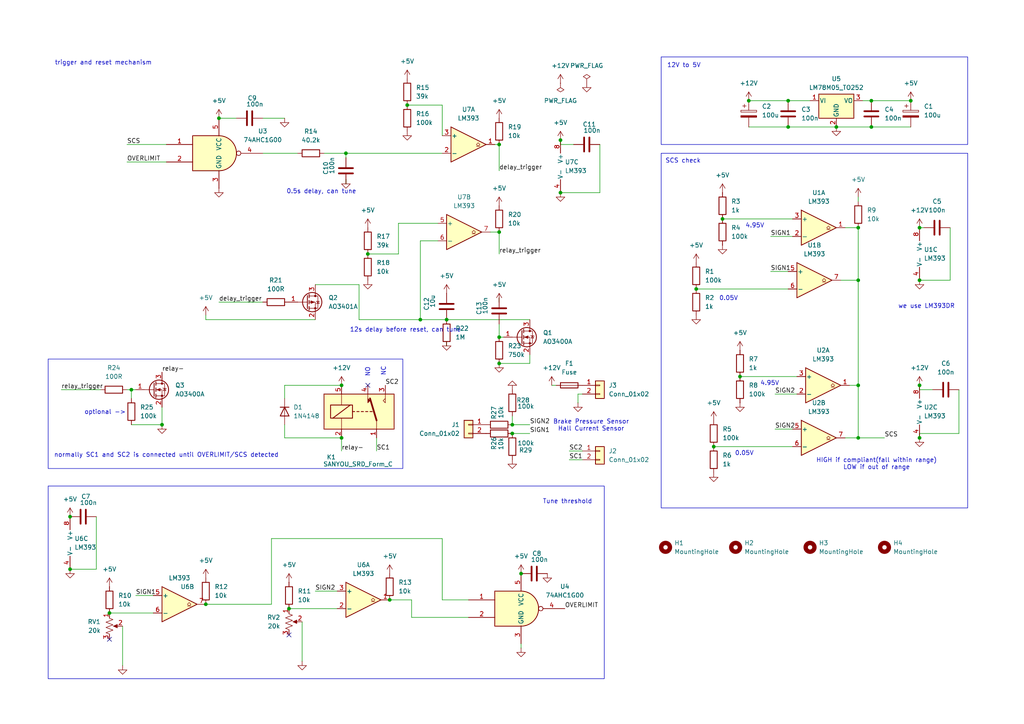
<source format=kicad_sch>
(kicad_sch (version 20250114) (generator "eeschema") (generator_version "9.0")
  (paper "A4")
  (rectangle (start 13.97 104.14) (end 116.84 135.89))
  (rectangle (start 191.77 44.45) (end 280.67 147.32))
  (rectangle (start 13.97 140.97) (end 175.26 196.85))
  (rectangle (start 191.77 16.51) (end 280.67 41.91))
  (text "NC" (at 111.252 107.696 90) (effects (font (size 1.27 1.27))))
  (text "4.95V" (at 223.266 111.252 0) (effects (font (size 1.27 1.27))))
  (text "0.05V" (at 211.328 86.614 0) (effects (font (size 1.27 1.27))))
  (text "Tune threshold" (at 164.592 145.542 0) (effects (font (size 1.27 1.27))))
  (text "12s delay before reset, can tune" (at 117.602 95.758 0) (effects (font (size 1.27 1.27))))
  (text "HIGH if compliant(fall within range)\nLOW if out of range\n" (at 254.254 134.62 0) (effects (font (size 1.27 1.27))))
  (text "optional ->" (at 30.48 119.634 0) (effects (font (size 1.27 1.27))))
  (text "0.5s delay, can tune" (at 93.218 55.626 0) (effects (font (size 1.27 1.27))))
  (text "we use LM393DR" (at 268.732 88.9 0) (effects (font (size 1.27 1.27))))
  (text "normally SC1 and SC2 is connected until OVERLIMIT/SCS detected" (at 48.26 132.08 0) (effects (font (size 1.27 1.27))))
  (text "NO" (at 106.68 107.95 90) (effects (font (size 1.27 1.27))))
  (text "4.95V" (at 218.948 65.532 0) (effects (font (size 1.27 1.27))))
  (text "12V to 5V" (at 198.374 19.05 0) (effects (font (size 1.27 1.27))))
  (text "0.05V" (at 215.9 131.572 0) (effects (font (size 1.27 1.27))))
  (text "SCS check" (at 198.12 46.736 0) (effects (font (size 1.27 1.27))))
  (text "Brake Pressure Sensor\nHall Current Sensor" (at 171.45 123.444 0) (effects (font (size 1.27 1.27))))
  (text "trigger and reset mechanism" (at 29.972 18.288 0) (effects (font (size 1.27 1.27))))
  (junction (at 113.03 173.99))
  (junction (at 228.6 29.21))
  (junction (at 266.7 127))
  (junction (at 209.55 63.5))
  (junction (at 144.78 97.79))
  (junction (at 264.16 29.21))
  (junction (at 100.33 44.45))
  (junction (at 38.1 113.03))
  (junction (at 162.56 40.64))
  (junction (at 248.92 66.04))
  (junction (at 266.7 81.28))
  (junction (at 214.63 109.22))
  (junction (at 63.5 34.29))
  (junction (at 162.56 55.88))
  (junction (at 99.06 111.76))
  (junction (at 148.59 123.19))
  (junction (at 144.78 41.91))
  (junction (at 217.17 29.21))
  (junction (at 118.11 30.48))
  (junction (at 46.99 123.19))
  (junction (at 151.13 166.37))
  (junction (at 266.7 111.76))
  (junction (at 20.32 149.86))
  (junction (at 242.57 36.83))
  (junction (at 99.06 127))
  (junction (at 20.32 165.1))
  (junction (at 121.92 92.71))
  (junction (at 106.68 73.66))
  (junction (at 228.6 36.83))
  (junction (at 248.92 111.76))
  (junction (at 207.01 129.54))
  (junction (at 148.59 125.73))
  (junction (at 144.78 67.31))
  (junction (at 248.92 127))
  (junction (at 59.69 175.26))
  (junction (at 266.7 66.04))
  (junction (at 252.73 36.83))
  (junction (at 144.78 105.41))
  (junction (at 248.92 81.28))
  (junction (at 31.75 177.8))
  (junction (at 252.73 29.21))
  (junction (at 83.82 176.53))
  (junction (at 201.93 83.82))
  (junction (at 129.54 92.71))
  (no_connect (at 83.82 184.15))
  (no_connect (at 106.68 111.76))
  (no_connect (at 31.75 185.42))
  (wire (pts (xy 91.44 82.55) (xy 104.14 82.55)))
  (wire (pts (xy 83.82 176.53) (xy 97.79 176.53)))
  (wire (pts (xy 59.69 91.44) (xy 59.69 92.71)))
  (wire (pts (xy 121.92 92.71) (xy 129.54 92.71)))
  (wire (pts (xy 118.11 30.48) (xy 128.27 30.48)))
  (wire (pts (xy 153.67 105.41) (xy 153.67 102.87)))
  (wire (pts (xy 39.37 172.72) (xy 44.45 172.72)))
  (wire (pts (xy 245.11 127) (xy 248.92 127)))
  (wire (pts (xy 224.79 114.3) (xy 231.14 114.3)))
  (wire (pts (xy 82.55 111.76) (xy 99.06 111.76)))
  (wire (pts (xy 142.24 67.31) (xy 144.78 67.31)))
  (wire (pts (xy 167.64 114.3) (xy 167.64 116.84)))
  (wire (pts (xy 223.52 78.74) (xy 228.6 78.74)))
  (wire (pts (xy 129.54 92.71) (xy 153.67 92.71)))
  (wire (pts (xy 144.78 67.31) (xy 144.78 73.66)))
  (wire (pts (xy 115.57 73.66) (xy 115.57 64.77)))
  (wire (pts (xy 168.91 114.3) (xy 167.64 114.3)))
  (wire (pts (xy 59.69 92.71) (xy 91.44 92.71)))
  (wire (pts (xy 82.55 123.19) (xy 82.55 127)))
  (wire (pts (xy 36.83 113.03) (xy 38.1 113.03)))
  (wire (pts (xy 248.92 127) (xy 256.54 127)))
  (wire (pts (xy 266.7 113.03) (xy 266.7 111.76)))
  (wire (pts (xy 82.55 127) (xy 99.06 127)))
  (wire (pts (xy 68.58 34.29) (xy 63.5 34.29)))
  (wire (pts (xy 115.57 64.77) (xy 127 64.77)))
  (wire (pts (xy 151.13 186.69) (xy 151.13 187.96)))
  (wire (pts (xy 252.73 29.21) (xy 264.16 29.21)))
  (wire (pts (xy 36.83 46.99) (xy 48.26 46.99)))
  (wire (pts (xy 113.03 173.99) (xy 119.38 173.99)))
  (wire (pts (xy 162.56 40.64) (xy 162.56 41.91)))
  (wire (pts (xy 104.14 92.71) (xy 121.92 92.71)))
  (wire (pts (xy 144.78 86.36) (xy 144.78 87.63)))
  (wire (pts (xy 63.5 87.63) (xy 76.2 87.63)))
  (wire (pts (xy 121.92 69.85) (xy 127 69.85)))
  (wire (pts (xy 27.94 165.1) (xy 27.94 149.86)))
  (wire (pts (xy 100.33 53.34) (xy 100.33 52.07)))
  (wire (pts (xy 214.63 109.22) (xy 231.14 109.22)))
  (wire (pts (xy 245.11 66.04) (xy 248.92 66.04)))
  (wire (pts (xy 148.59 123.19) (xy 153.67 123.19)))
  (wire (pts (xy 82.55 115.57) (xy 82.55 111.76)))
  (wire (pts (xy 243.84 81.28) (xy 248.92 81.28)))
  (wire (pts (xy 266.7 125.73) (xy 266.7 127)))
  (wire (pts (xy 59.69 175.26) (xy 78.74 175.26)))
  (wire (pts (xy 104.14 82.55) (xy 104.14 92.71)))
  (wire (pts (xy 144.78 41.91) (xy 144.78 49.53)))
  (wire (pts (xy 201.93 83.82) (xy 228.6 83.82)))
  (wire (pts (xy 166.37 41.91) (xy 162.56 41.91)))
  (wire (pts (xy 153.67 125.73) (xy 148.59 125.73)))
  (wire (pts (xy 148.59 120.65) (xy 148.59 123.19)))
  (wire (pts (xy 46.99 118.11) (xy 46.99 123.19)))
  (wire (pts (xy 78.74 175.26) (xy 78.74 156.21)))
  (wire (pts (xy 250.19 29.21) (xy 252.73 29.21)))
  (wire (pts (xy 38.1 113.03) (xy 39.37 113.03)))
  (wire (pts (xy 162.56 55.88) (xy 173.99 55.88)))
  (wire (pts (xy 128.27 156.21) (xy 128.27 173.99)))
  (wire (pts (xy 91.44 171.45) (xy 97.79 171.45)))
  (wire (pts (xy 144.78 41.91) (xy 143.51 41.91)))
  (wire (pts (xy 207.01 129.54) (xy 229.87 129.54)))
  (wire (pts (xy 278.13 125.73) (xy 266.7 125.73)))
  (wire (pts (xy 106.68 73.66) (xy 115.57 73.66)))
  (wire (pts (xy 242.57 36.83) (xy 252.73 36.83)))
  (wire (pts (xy 165.1 133.35) (xy 168.91 133.35)))
  (wire (pts (xy 20.32 165.1) (xy 27.94 165.1)))
  (wire (pts (xy 87.63 180.34) (xy 87.63 191.77)))
  (wire (pts (xy 38.1 113.03) (xy 38.1 115.57)))
  (wire (pts (xy 248.92 127) (xy 248.92 111.76)))
  (wire (pts (xy 119.38 179.07) (xy 135.89 179.07)))
  (wire (pts (xy 217.17 29.21) (xy 228.6 29.21)))
  (wire (pts (xy 144.78 97.79) (xy 146.05 97.79)))
  (wire (pts (xy 173.99 41.91) (xy 173.99 55.88)))
  (wire (pts (xy 100.33 45.72) (xy 100.33 44.45)))
  (wire (pts (xy 266.7 66.04) (xy 267.97 66.04)))
  (wire (pts (xy 119.38 173.99) (xy 119.38 179.07)))
  (wire (pts (xy 99.06 127) (xy 99.06 130.81)))
  (wire (pts (xy 38.1 123.19) (xy 46.99 123.19)))
  (wire (pts (xy 270.51 113.03) (xy 266.7 113.03)))
  (wire (pts (xy 248.92 111.76) (xy 248.92 81.28)))
  (wire (pts (xy 129.54 99.06) (xy 129.54 100.33)))
  (wire (pts (xy 248.92 81.28) (xy 248.92 66.04)))
  (wire (pts (xy 224.79 124.46) (xy 229.87 124.46)))
  (wire (pts (xy 100.33 44.45) (xy 128.27 44.45)))
  (wire (pts (xy 36.83 41.91) (xy 48.26 41.91)))
  (wire (pts (xy 128.27 173.99) (xy 135.89 173.99)))
  (wire (pts (xy 31.75 177.8) (xy 44.45 177.8)))
  (wire (pts (xy 109.22 130.81) (xy 109.22 127)))
  (wire (pts (xy 217.17 36.83) (xy 228.6 36.83)))
  (wire (pts (xy 248.92 57.15) (xy 248.92 58.42)))
  (wire (pts (xy 275.59 66.04) (xy 275.59 81.28)))
  (wire (pts (xy 252.73 36.83) (xy 264.16 36.83)))
  (wire (pts (xy 121.92 92.71) (xy 121.92 69.85)))
  (wire (pts (xy 228.6 29.21) (xy 234.95 29.21)))
  (wire (pts (xy 228.6 36.83) (xy 242.57 36.83)))
  (wire (pts (xy 144.78 93.98) (xy 144.78 97.79)))
  (wire (pts (xy 223.52 68.58) (xy 229.87 68.58)))
  (wire (pts (xy 209.55 63.5) (xy 229.87 63.5)))
  (wire (pts (xy 278.13 113.03) (xy 278.13 125.73)))
  (wire (pts (xy 76.2 44.45) (xy 86.36 44.45)))
  (wire (pts (xy 144.78 105.41) (xy 153.67 105.41)))
  (wire (pts (xy 160.02 111.76) (xy 161.29 111.76)))
  (wire (pts (xy 165.1 130.81) (xy 168.91 130.81)))
  (wire (pts (xy 128.27 30.48) (xy 128.27 39.37)))
  (wire (pts (xy 76.2 34.29) (xy 82.55 34.29)))
  (wire (pts (xy 93.98 44.45) (xy 100.33 44.45)))
  (wire (pts (xy 78.74 156.21) (xy 128.27 156.21)))
  (wire (pts (xy 266.7 81.28) (xy 275.59 81.28)))
  (wire (pts (xy 35.56 181.61) (xy 35.56 193.04)))
  (wire (pts (xy 246.38 111.76) (xy 248.92 111.76)))
  (wire (pts (xy 17.78 113.03) (xy 29.21 113.03)))
  (label "SIGN1" (at 223.52 68.58 0))
  (label "SIGN2" (at 224.79 124.46 0))
  (label "relay-" (at 99.06 130.81 0))
  (label "relay-" (at 46.99 107.95 0))
  (label "SC1" (at 165.1 133.35 0))
  (label "SIGN1" (at 153.67 125.73 0))
  (label "delay_trigger" (at 144.78 49.53 0))
  (label "relay_trigger" (at 144.78 73.66 0))
  (label "SIGN2" (at 224.79 114.3 0))
  (label "delay_trigger" (at 63.5 87.63 0))
  (label "SIGN2" (at 91.44 171.45 0))
  (label "OVERLIMIT" (at 163.83 176.53 0))
  (label "relay_trigger" (at 17.78 113.03 0))
  (label "SC2" (at 165.1 130.81 0))
  (label "OVERLIMIT" (at 36.83 46.99 0))
  (label "SCS" (at 256.54 127 0))
  (label "SC2" (at 111.76 111.76 0))
  (label "SIGN1" (at 39.37 172.72 0))
  (label "SIGN1" (at 223.52 78.74 0))
  (label "SCS" (at 36.83 41.91 0))
  (label "SIGN2" (at 153.67 123.19 0))
  (label "SC1" (at 109.22 130.81 0))
  (symbol (lib_id "Device:R") (at 144.78 123.19 90) (unit 1)
    (property "Reference" "R27" (at 143.256 121.666 0) (effects (justify left)))
    (property "Value" "10k" (at 145.288 121.412 0) (effects (justify left)))
    (property "Footprint" "Resistor_SMD:R_0805_2012Metric_Pad1.20x1.40mm_HandSolder" (effects (hide yes)))
    (property "Description" "Resistor" (effects (hide yes)))
  )
  (symbol (lib_id "Device:R") (at 113.03 170.18 0) (unit 1)
    (property "Reference" "R13" (at 115.57 168.9099 0) (effects (justify left)))
    (property "Value" "10k" (at 115.57 171.4499 0) (effects (justify left)))
    (property "Footprint" "Resistor_SMD:R_0805_2012Metric_Pad1.20x1.40mm_HandSolder" (effects (hide yes)))
    (property "Description" "Resistor" (effects (hide yes)))
  )
  (symbol (lib_id "power:+12V") (at 99.06 111.76 0) (unit 1)
    (property "Reference" "#PWR045" (effects (hide yes)))
    (property "Value" "+12V" (at 99.06 106.68 0))
    (property "Description" "Power symbol creates a global label with name \"+12V\"" (effects (hide yes)))
  )
  (symbol (lib_id "Device:R") (at 80.01 87.63 90) (unit 1)
    (property "Reference" "R21" (at 80.01 81.28 90))
    (property "Value" "100R" (at 80.01 83.82 90))
    (property "Footprint" "Resistor_SMD:R_0805_2012Metric_Pad1.20x1.40mm_HandSolder" (effects (hide yes)))
    (property "Description" "Resistor" (effects (hide yes)))
  )
  (symbol (lib_id "power:+12V") (at 266.7 66.04 0) (unit 1)
    (property "Reference" "#PWR04" (effects (hide yes)))
    (property "Value" "+12V" (at 266.7 60.96 0))
    (property "Description" "Power symbol creates a global label with name \"+12V\"" (effects (hide yes)))
  )
  (symbol (lib_id "Device:C") (at 271.78 66.04 90) (unit 1)
    (property "Reference" "C5" (at 271.78 58.42 90))
    (property "Value" "100n" (at 271.78 60.96 90))
    (property "Footprint" "Capacitor_SMD:C_0805_2012Metric_Pad1.18x1.45mm_HandSolder" (effects (hide yes)))
    (property "Description" "Unpolarized capacitor" (effects (hide yes)))
  )
  (symbol (lib_id "74xGxx:74AHC1G00") (at 151.13 176.53 0) (unit 1)
    (property "Reference" "U4" (at 163.83 170.1098 0))
    (property "Value" "74AHC1G00" (at 163.83 172.6498 0))
    (property "Footprint" "Package_TO_SOT_SMD:SOT-23-5_HandSoldering" (effects (hide yes)))
    (property "Datasheet" "http://www.ti.com/lit/sg/scyt129e/scyt129e.pdf" (effects (hide yes)))
    (property "Description" "Single NAND Gate, Low-Voltage CMOS" (effects (hide yes)))
  )
  (symbol (lib_id "Device:R") (at 144.78 101.6 0) (unit 1)
    (property "Reference" "R23" (at 147.32 100.3299 0) (effects (justify left)))
    (property "Value" "750k" (at 147.32 102.8699 0) (effects (justify left)))
    (property "Footprint" "Resistor_SMD:R_0805_2012Metric_Pad1.20x1.40mm_HandSolder" (effects (hide yes)))
    (property "Description" "Resistor" (effects (hide yes)))
  )
  (symbol (lib_id "Device:C") (at 72.39 34.29 90) (unit 1)
    (property "Reference" "C9" (at 73.152 28.448 90))
    (property "Value" "100n" (at 73.914 30.226 90))
    (property "Footprint" "Capacitor_SMD:C_0805_2012Metric_Pad1.18x1.45mm_HandSolder" (effects (hide yes)))
    (property "Description" "Unpolarized capacitor" (effects (hide yes)))
  )
  (symbol (lib_id "Transistor_FET:AO3400A") (at 151.13 97.79 0) (unit 1)
    (property "Reference" "Q1" (at 157.48 96.5199 0) (effects (justify left)))
    (property "Value" "AO3400A" (at 157.48 99.0599 0) (effects (justify left)))
    (property "Footprint" "Package_TO_SOT_SMD:SOT-23" (effects (hide yes)))
    (property "Datasheet" "http://www.aosmd.com/pdfs/datasheet/AO3400A.pdf" (effects (hide yes)))
    (property "Description" "30V Vds, 5.7A Id, N-Channel MOSFET, SOT-23" (effects (hide yes)))
  )
  (symbol (lib_id "Device:Fuse") (at 165.1 111.76 90) (unit 1)
    (property "Reference" "F1" (at 165.1 105.41 90))
    (property "Value" "Fuse" (at 165.1 107.95 90))
    (property "Footprint" "Fuse:Fuse_0805_2012Metric_Pad1.15x1.40mm_HandSolder" (effects (hide yes)))
    (property "Description" "Fuse" (effects (hide yes)))
  )
  (symbol (lib_id "power:+12V") (at 162.56 24.13 0) (unit 1)
    (property "Reference" "#PWR049" (effects (hide yes)))
    (property "Value" "+12V" (at 162.56 19.05 0))
    (property "Description" "Power symbol creates a global label with name \"+12V\"" (effects (hide yes)))
  )
  (symbol (lib_id "power:+12V") (at 266.7 111.76 0) (unit 1)
    (property "Reference" "#PWR06" (effects (hide yes)))
    (property "Value" "+12V" (at 266.7 106.68 0))
    (property "Description" "Power symbol creates a global label with name \"+12V\"" (effects (hide yes)))
  )
  (symbol (lib_id "Device:C_Polarized") (at 217.17 33.02 0) (unit 1)
    (property "Reference" "C2" (at 220.98 30.8609 0) (effects (justify left)))
    (property "Value" "100u" (at 220.98 33.4009 0) (effects (justify left)))
    (property "Footprint" "Capacitor_THT:CP_Radial_D5.0mm_P2.50mm" (effects (hide yes)))
    (property "Description" "Polarized capacitor" (effects (hide yes)))
  )
  (symbol (lib_id "Comparator:LM393") (at 52.07 175.26 0) (unit 2)
    (property "Reference" "U6" (at 54.356 170.18 0))
    (property "Value" "LM393" (at 52.07 167.64 0))
    (property "Footprint" "Package_SO:SOIC-8_3.9x4.9mm_P1.27mm" (effects (hide yes)))
    (property "Datasheet" "http://www.ti.com/lit/ds/symlink/lm393.pdf" (effects (hide yes)))
    (property "Description" "Low-Power, Low-Offset Voltage, Dual Comparators, DIP-8/SOIC-8/TO-99-8" (effects (hide yes)))
  )
  (symbol (lib_id "power:GND") (at 207.01 137.16 0) (unit 1)
    (property "Reference" "#PWR013" (effects (hide yes)))
    (property "Value" "GND" (effects (hide yes)))
    (property "Description" "Power symbol creates a global label with name \"GND\" , ground" (effects (hide yes)))
  )
  (symbol (lib_id "Device:R") (at 207.01 125.73 0) (unit 1)
    (property "Reference" "R5" (at 209.55 124.4599 0) (effects (justify left)))
    (property "Value" "100k" (at 209.55 126.9999 0) (effects (justify left)))
    (property "Footprint" "Resistor_SMD:R_0805_2012Metric_Pad1.20x1.40mm_HandSolder" (effects (hide yes)))
    (property "Description" "Resistor" (effects (hide yes)))
  )
  (symbol (lib_id "power:GND") (at 162.56 55.88 0) (unit 1)
    (property "Reference" "#PWR033" (effects (hide yes)))
    (property "Value" "GND" (effects (hide yes)))
    (property "Description" "Power symbol creates a global label with name \"GND\" , ground" (effects (hide yes)))
  )
  (symbol (lib_id "Device:R") (at 201.93 80.01 0) (unit 1)
    (property "Reference" "R1" (at 204.47 78.7399 0) (effects (justify left)))
    (property "Value" "100k" (at 204.47 81.2799 0) (effects (justify left)))
    (property "Footprint" "Resistor_SMD:R_0805_2012Metric_Pad1.20x1.40mm_HandSolder" (effects (hide yes)))
    (property "Description" "Resistor" (effects (hide yes)))
  )
  (symbol (lib_id "Connector_Generic:Conn_01x02") (at 173.99 111.76 0) (unit 1)
    (property "Reference" "J3" (at 176.53 111.7599 0) (effects (justify left)))
    (property "Value" "Conn_01x02" (at 176.53 114.2999 0) (effects (justify left)))
    (property "Footprint" "Connector_Molex:Molex_Micro-Fit_3.0_43650-0215_1x02_P3.00mm_Vertical" (effects (hide yes)))
    (property "Description" "Generic connector, single row, 01x02, script generated (kicad-library-utils/schlib/autogen/connector/)" (effects (hide yes)))
  )
  (symbol (lib_id "Comparator:LM393") (at 134.62 67.31 0) (unit 2)
    (property "Reference" "U7" (at 134.62 57.15 0))
    (property "Value" "LM393" (at 134.62 59.69 0))
    (property "Footprint" "Package_SO:SOIC-8_3.9x4.9mm_P1.27mm" (effects (hide yes)))
    (property "Datasheet" "http://www.ti.com/lit/ds/symlink/lm393.pdf" (effects (hide yes)))
    (property "Description" "Low-Power, Low-Offset Voltage, Dual Comparators, DIP-8/SOIC-8/TO-99-8" (effects (hide yes)))
  )
  (symbol (lib_id "Device:C") (at 24.13 149.86 90) (unit 1)
    (property "Reference" "C7" (at 24.892 144.018 90))
    (property "Value" "100n" (at 25.654 145.796 90))
    (property "Footprint" "Capacitor_SMD:C_0805_2012Metric_Pad1.18x1.45mm_HandSolder" (effects (hide yes)))
    (property "Description" "Unpolarized capacitor" (effects (hide yes)))
  )
  (symbol (lib_id "power:GND") (at 170.18 24.13 0) (unit 1)
    (property "Reference" "#PWR050" (effects (hide yes)))
    (property "Value" "GND" (effects (hide yes)))
    (property "Description" "Power symbol creates a global label with name \"GND\" , ground" (effects (hide yes)))
  )
  (symbol (lib_id "Device:C") (at 100.33 49.53 180) (unit 1)
    (property "Reference" "C10" (at 94.488 48.768 90))
    (property "Value" "100n" (at 96.266 48.006 90))
    (property "Footprint" "Capacitor_SMD:C_0805_2012Metric_Pad1.18x1.45mm_HandSolder" (effects (hide yes)))
    (property "Description" "Unpolarized capacitor" (effects (hide yes)))
  )
  (symbol (lib_id "Device:R") (at 33.02 113.03 90) (unit 1)
    (property "Reference" "R24" (at 33.02 106.68 90))
    (property "Value" "100R" (at 33.02 109.22 90))
    (property "Footprint" "Resistor_SMD:R_0805_2012Metric_Pad1.20x1.40mm_HandSolder" (effects (hide yes)))
    (property "Description" "Resistor" (effects (hide yes)))
  )
  (symbol (lib_id "Comparator:LM393") (at 165.1 48.26 0) (unit 3)
    (property "Reference" "U7" (at 163.83 46.9899 0) (effects (justify left)))
    (property "Value" "LM393" (at 163.83 49.5299 0) (effects (justify left)))
    (property "Footprint" "Package_SO:SOIC-8_3.9x4.9mm_P1.27mm" (effects (hide yes)))
    (property "Datasheet" "http://www.ti.com/lit/ds/symlink/lm393.pdf" (effects (hide yes)))
    (property "Description" "Low-Power, Low-Offset Voltage, Dual Comparators, DIP-8/SOIC-8/TO-99-8" (effects (hide yes)))
  )
  (symbol (lib_id "74xGxx:74AHC1G00") (at 63.5 44.45 0) (unit 1)
    (property "Reference" "U3" (at 76.2 38.0298 0))
    (property "Value" "74AHC1G00" (at 76.2 40.5698 0))
    (property "Footprint" "Package_TO_SOT_SMD:SOT-23-5_HandSoldering" (effects (hide yes)))
    (property "Datasheet" "http://www.ti.com/lit/sg/scyt129e/scyt129e.pdf" (effects (hide yes)))
    (property "Description" "Single NAND Gate, Low-Voltage CMOS" (effects (hide yes)))
  )
  (symbol (lib_id "Mechanical:MountingHole") (at 213.36 158.75 0) (unit 1) (in_bom no)
    (property "Reference" "H2" (at 215.9 157.4799 0) (effects (justify left)))
    (property "Value" "MountingHole" (at 215.9 160.0199 0) (effects (justify left)))
    (property "Footprint" "MountingHole:MountingHole_3.2mm_M3" (effects (hide yes)))
    (property "Description" "Mounting Hole without connection" (effects (hide yes)))
  )
  (symbol (lib_id "power:GND") (at 266.7 81.28 0) (unit 1)
    (property "Reference" "#PWR05" (effects (hide yes)))
    (property "Value" "GND" (effects (hide yes)))
    (property "Description" "Power symbol creates a global label with name \"GND\" , ground" (effects (hide yes)))
  )
  (symbol (lib_id "Comparator:LM393") (at 237.49 66.04 0) (unit 1)
    (property "Reference" "U1" (at 237.49 55.88 0))
    (property "Value" "LM393" (at 237.49 58.42 0))
    (property "Footprint" "Package_SO:SOIC-8_3.9x4.9mm_P1.27mm" (effects (hide yes)))
    (property "Datasheet" "http://www.ti.com/lit/ds/symlink/lm393.pdf" (effects (hide yes)))
    (property "Description" "Low-Power, Low-Offset Voltage, Dual Comparators, DIP-8/SOIC-8/TO-99-8" (effects (hide yes)))
  )
  (symbol (lib_id "Comparator:LM393") (at 135.89 41.91 0) (unit 1)
    (property "Reference" "U7" (at 135.89 31.75 0))
    (property "Value" "LM393" (at 135.89 34.29 0))
    (property "Footprint" "Package_SO:SOIC-8_3.9x4.9mm_P1.27mm" (effects (hide yes)))
    (property "Datasheet" "http://www.ti.com/lit/ds/symlink/lm393.pdf" (effects (hide yes)))
    (property "Description" "Low-Power, Low-Offset Voltage, Dual Comparators, DIP-8/SOIC-8/TO-99-8" (effects (hide yes)))
  )
  (symbol (lib_id "Device:R") (at 31.75 173.99 0) (unit 1)
    (property "Reference" "R10" (at 34.29 172.7199 0) (effects (justify left)))
    (property "Value" "10k" (at 34.29 175.2599 0) (effects (justify left)))
    (property "Footprint" "Resistor_SMD:R_0805_2012Metric_Pad1.20x1.40mm_HandSolder" (effects (hide yes)))
    (property "Description" "Resistor" (effects (hide yes)))
  )
  (symbol (lib_id "Connector_Generic:Conn_01x02") (at 173.99 130.81 0) (unit 1)
    (property "Reference" "J2" (at 176.53 130.8099 0) (effects (justify left)))
    (property "Value" "Conn_01x02" (at 176.53 133.3499 0) (effects (justify left)))
    (property "Footprint" "Connector_Molex:Molex_Micro-Fit_3.0_43650-0215_1x02_P3.00mm_Vertical" (effects (hide yes)))
    (property "Description" "Generic connector, single row, 01x02, script generated (kicad-library-utils/schlib/autogen/connector/)" (effects (hide yes)))
  )
  (symbol (lib_id "power:GND") (at 35.56 193.04 0) (unit 1)
    (property "Reference" "#PWR017" (effects (hide yes)))
    (property "Value" "GND" (effects (hide yes)))
    (property "Description" "Power symbol creates a global label with name \"GND\" , ground" (effects (hide yes)))
  )
  (symbol (lib_id "power:GND") (at 87.63 191.77 0) (unit 1)
    (property "Reference" "#PWR018" (effects (hide yes)))
    (property "Value" "GND" (effects (hide yes)))
    (property "Description" "Power symbol creates a global label with name \"GND\" , ground" (effects (hide yes)))
  )
  (symbol (lib_id "power:+5V") (at 207.01 121.92 0) (unit 1)
    (property "Reference" "#PWR012" (effects (hide yes)))
    (property "Value" "+5V" (at 207.01 116.84 0))
    (property "Description" "Power symbol creates a global label with name \"+5V\"" (effects (hide yes)))
  )
  (symbol (lib_id "power:PWR_FLAG") (at 170.18 24.13 0) (unit 1)
    (property "Reference" "#FLG02" (effects (hide yes)))
    (property "Value" "PWR_FLAG" (at 170.18 19.05 0))
    (property "Description" "Special symbol for telling ERC where power comes from" (effects (hide yes)))
  )
  (symbol (lib_id "Device:C") (at 154.94 166.37 90) (unit 1)
    (property "Reference" "C8" (at 155.702 160.528 90))
    (property "Value" "100n" (at 156.464 162.306 90))
    (property "Footprint" "Capacitor_SMD:C_0805_2012Metric_Pad1.18x1.45mm_HandSolder" (effects (hide yes)))
    (property "Description" "Unpolarized capacitor" (effects (hide yes)))
  )
  (symbol (lib_id "Device:C") (at 252.73 33.02 0) (unit 1)
    (property "Reference" "C4" (at 256.54 31.7499 0) (effects (justify left)))
    (property "Value" "100n" (at 256.54 34.2899 0) (effects (justify left)))
    (property "Footprint" "Capacitor_SMD:C_0805_2012Metric_Pad1.18x1.45mm_HandSolder" (effects (hide yes)))
    (property "Description" "Unpolarized capacitor" (effects (hide yes)))
  )
  (symbol (lib_id "power:+5V") (at 144.78 34.29 0) (unit 1)
    (property "Reference" "#PWR038" (effects (hide yes)))
    (property "Value" "+5V" (at 144.78 29.21 0))
    (property "Description" "Power symbol creates a global label with name \"+5V\"" (effects (hide yes)))
  )
  (symbol (lib_id "Device:C_Polarized") (at 264.16 33.02 0) (unit 1)
    (property "Reference" "C1" (at 267.97 30.8609 0) (effects (justify left)))
    (property "Value" "100u" (at 267.97 33.4009 0) (effects (justify left)))
    (property "Footprint" "Capacitor_THT:CP_Radial_D5.0mm_P2.50mm" (effects (hide yes)))
    (property "Description" "Polarized capacitor" (effects (hide yes)))
  )
  (symbol (lib_id "power:+5V") (at 248.92 57.15 0) (unit 1)
    (property "Reference" "#PWR016" (effects (hide yes)))
    (property "Value" "+5V" (at 248.92 52.07 0))
    (property "Description" "Power symbol creates a global label with name \"+5V\"" (effects (hide yes)))
  )
  (symbol (lib_id "power:GND") (at 158.75 166.37 0) (unit 1)
    (property "Reference" "#PWR036" (effects (hide yes)))
    (property "Value" "GND" (effects (hide yes)))
    (property "Description" "Power symbol creates a global label with name \"GND\" , ground" (effects (hide yes)))
  )
  (symbol (lib_id "Comparator:LM393") (at 237.49 127 0) (unit 2)
    (property "Reference" "U2" (at 237.49 116.84 0))
    (property "Value" "LM393" (at 237.49 119.38 0))
    (property "Footprint" "Package_SO:SOIC-8_3.9x4.9mm_P1.27mm" (effects (hide yes)))
    (property "Datasheet" "http://www.ti.com/lit/ds/symlink/lm393.pdf" (effects (hide yes)))
    (property "Description" "Low-Power, Low-Offset Voltage, Dual Comparators, DIP-8/SOIC-8/TO-99-8" (effects (hide yes)))
  )
  (symbol (lib_id "Device:C") (at 129.54 88.9 180) (unit 1)
    (property "Reference" "C12" (at 123.698 88.138 90))
    (property "Value" "10u" (at 125.476 87.376 90))
    (property "Footprint" "Capacitor_SMD:C_0805_2012Metric_Pad1.18x1.45mm_HandSolder" (effects (hide yes)))
    (property "Description" "Unpolarized capacitor" (effects (hide yes)))
  )
  (symbol (lib_id "Comparator:LM393") (at 22.86 157.48 0) (unit 3)
    (property "Reference" "U6" (at 21.59 156.2099 0) (effects (justify left)))
    (property "Value" "LM393" (at 21.59 158.7499 0) (effects (justify left)))
    (property "Footprint" "Package_SO:SOIC-8_3.9x4.9mm_P1.27mm" (effects (hide yes)))
    (property "Datasheet" "http://www.ti.com/lit/ds/symlink/lm393.pdf" (effects (hide yes)))
    (property "Description" "Low-Power, Low-Offset Voltage, Dual Comparators, DIP-8/SOIC-8/TO-99-8" (effects (hide yes)))
  )
  (symbol (lib_id "power:GND") (at 148.59 133.35 0) (unit 1)
    (property "Reference" "#PWR052" (effects (hide yes)))
    (property "Value" "GND" (effects (hide yes)))
    (property "Description" "Power symbol creates a global label with name \"GND\" , ground" (effects (hide yes)))
  )
  (symbol (lib_id "Device:R") (at 106.68 69.85 0) (unit 1)
    (property "Reference" "R17" (at 109.22 68.5799 0) (effects (justify left)))
    (property "Value" "39k" (at 109.22 71.1199 0) (effects (justify left)))
    (property "Footprint" "Resistor_SMD:R_0805_2012Metric_Pad1.20x1.40mm_HandSolder" (effects (hide yes)))
    (property "Description" "Resistor" (effects (hide yes)))
  )
  (symbol (lib_id "Device:R") (at 144.78 38.1 0) (unit 1)
    (property "Reference" "R19" (at 147.32 36.8299 0) (effects (justify left)))
    (property "Value" "10k" (at 147.32 39.3699 0) (effects (justify left)))
    (property "Footprint" "Resistor_SMD:R_0805_2012Metric_Pad1.20x1.40mm_HandSolder" (effects (hide yes)))
    (property "Description" "Resistor" (effects (hide yes)))
  )
  (symbol (lib_id "Comparator:LM393") (at 269.24 119.38 0) (unit 3)
    (property "Reference" "U2" (at 267.97 118.1099 0) (effects (justify left)))
    (property "Value" "LM393" (at 267.97 120.6499 0) (effects (justify left)))
    (property "Footprint" "Package_SO:SOIC-8_3.9x4.9mm_P1.27mm" (effects (hide yes)))
    (property "Datasheet" "http://www.ti.com/lit/ds/symlink/lm393.pdf" (effects (hide yes)))
    (property "Description" "Low-Power, Low-Offset Voltage, Dual Comparators, DIP-8/SOIC-8/TO-99-8" (effects (hide yes)))
  )
  (symbol (lib_id "power:+5V") (at 201.93 76.2 0) (unit 1)
    (property "Reference" "#PWR08" (effects (hide yes)))
    (property "Value" "+5V" (at 201.93 71.12 0))
    (property "Description" "Power symbol creates a global label with name \"+5V\"" (effects (hide yes)))
  )
  (symbol (lib_id "power:GND") (at 46.99 123.19 0) (unit 1)
    (property "Reference" "#PWR046" (effects (hide yes)))
    (property "Value" "GND" (effects (hide yes)))
    (property "Description" "Power symbol creates a global label with name \"GND\" , ground" (effects (hide yes)))
  )
  (symbol (lib_id "power:GND") (at 167.64 116.84 0) (unit 1)
    (property "Reference" "#PWR048" (effects (hide yes)))
    (property "Value" "GND" (effects (hide yes)))
    (property "Description" "Power symbol creates a global label with name \"GND\" , ground" (effects (hide yes)))
  )
  (symbol (lib_id "Device:R") (at 209.55 67.31 0) (unit 1)
    (property "Reference" "R4" (at 212.09 66.0399 0) (effects (justify left)))
    (property "Value" "100k" (at 212.09 68.5799 0) (effects (justify left)))
    (property "Footprint" "Resistor_SMD:R_0805_2012Metric_Pad1.20x1.40mm_HandSolder" (effects (hide yes)))
    (property "Description" "Resistor" (effects (hide yes)))
  )
  (symbol (lib_id "power:+12V") (at 217.17 29.21 0) (unit 1)
    (property "Reference" "#PWR02" (effects (hide yes)))
    (property "Value" "+12V" (at 217.17 24.13 0))
    (property "Description" "Power symbol creates a global label with name \"+12V\"" (effects (hide yes)))
  )
  (symbol (lib_id "Mechanical:MountingHole") (at 256.54 158.75 0) (unit 1) (in_bom no)
    (property "Reference" "H4" (at 259.08 157.4799 0) (effects (justify left)))
    (property "Value" "MountingHole" (at 259.08 160.0199 0) (effects (justify left)))
    (property "Footprint" "MountingHole:MountingHole_3.2mm_M3" (effects (hide yes)))
    (property "Description" "Mounting Hole without connection" (effects (hide yes)))
  )
  (symbol (lib_id "power:PWR_FLAG") (at 162.56 24.13 180) (unit 1)
    (property "Reference" "#FLG01" (effects (hide yes)))
    (property "Value" "PWR_FLAG" (at 162.56 29.21 0))
    (property "Description" "Special symbol for telling ERC where power comes from" (effects (hide yes)))
  )
  (symbol (lib_id "power:+5V") (at 144.78 59.69 0) (unit 1)
    (property "Reference" "#PWR039" (effects (hide yes)))
    (property "Value" "+5V" (at 144.78 54.61 0))
    (property "Description" "Power symbol creates a global label with name \"+5V\"" (effects (hide yes)))
  )
  (symbol (lib_id "power:+5V") (at 83.82 168.91 0) (unit 1)
    (property "Reference" "#PWR022" (effects (hide yes)))
    (property "Value" "+5V" (at 83.82 163.83 0))
    (property "Description" "Power symbol creates a global label with name \"+5V\"" (effects (hide yes)))
  )
  (symbol (lib_id "Device:R") (at 83.82 172.72 0) (unit 1)
    (property "Reference" "R11" (at 86.36 171.4499 0) (effects (justify left)))
    (property "Value" "10k" (at 86.36 173.9899 0) (effects (justify left)))
    (property "Footprint" "Resistor_SMD:R_0805_2012Metric_Pad1.20x1.40mm_HandSolder" (effects (hide yes)))
    (property "Description" "Resistor" (effects (hide yes)))
  )
  (symbol (lib_id "Relay:SANYOU_SRD_Form_C") (at 104.14 119.38 0) (unit 1)
    (property "Reference" "K1" (at 94.742 132.588 0) (effects (justify left)))
    (property "Value" "SANYOU_SRD_Form_C" (at 93.726 134.62 0) (effects (justify left)))
    (property "Footprint" "Relay_THT:Relay_SPDT_SANYOU_SRD_Series_Form_C" (effects (hide yes)))
    (property "Datasheet" "http://www.sanyourelay.ca/public/products/pdf/SRD.pdf" (effects (hide yes)))
    (property "Description" "Sanyo SRD relay, Single Pole Miniature Power Relay," (effects (hide yes)))
  )
  (symbol (lib_id "Connector_Generic:Conn_01x02") (at 135.89 123.19 0) (mirror y) (unit 1)
    (property "Reference" "J1" (at 133.35 123.1899 0) (effects (justify left)))
    (property "Value" "Conn_01x02" (at 133.35 125.7299 0) (effects (justify left)))
    (property "Footprint" "Connector_Molex:Molex_Micro-Fit_3.0_43650-0215_1x02_P3.00mm_Vertical" (effects (hide yes)))
    (property "Description" "Generic connector, single row, 01x02, script generated (kicad-library-utils/schlib/autogen/connector/)" (effects (hide yes)))
  )
  (symbol (lib_id "Mechanical:MountingHole") (at 193.04 158.75 0) (unit 1) (in_bom no)
    (property "Reference" "H1" (at 195.58 157.4799 0) (effects (justify left)))
    (property "Value" "MountingHole" (at 195.58 160.0199 0) (effects (justify left)))
    (property "Footprint" "MountingHole:MountingHole_3.2mm_M3" (effects (hide yes)))
    (property "Description" "Mounting Hole without connection" (effects (hide yes)))
  )
  (symbol (lib_id "Comparator:LM393") (at 238.76 111.76 0) (unit 1)
    (property "Reference" "U2" (at 238.76 101.6 0))
    (property "Value" "LM393" (at 238.76 104.14 0))
    (property "Footprint" "Package_SO:SOIC-8_3.9x4.9mm_P1.27mm" (effects (hide yes)))
    (property "Datasheet" "http://www.ti.com/lit/ds/symlink/lm393.pdf" (effects (hide yes)))
    (property "Description" "Low-Power, Low-Offset Voltage, Dual Comparators, DIP-8/SOIC-8/TO-99-8" (effects (hide yes)))
  )
  (symbol (lib_id "power:GND") (at 209.55 71.12 0) (unit 1)
    (property "Reference" "#PWR011" (effects (hide yes)))
    (property "Value" "GND" (effects (hide yes)))
    (property "Description" "Power symbol creates a global label with name \"GND\" , ground" (effects (hide yes)))
  )
  (symbol (lib_id "power:GND") (at 20.32 165.1 0) (unit 1)
    (property "Reference" "#PWR019" (effects (hide yes)))
    (property "Value" "GND" (effects (hide yes)))
    (property "Description" "Power symbol creates a global label with name \"GND\" , ground" (effects (hide yes)))
  )
  (symbol (lib_id "Device:R") (at 90.17 44.45 90) (unit 1)
    (property "Reference" "R14" (at 90.17 38.1 90))
    (property "Value" "40.2k" (at 90.17 40.64 90))
    (property "Footprint" "Resistor_SMD:R_0805_2012Metric_Pad1.20x1.40mm_HandSolder" (effects (hide yes)))
    (property "Description" "Resistor" (effects (hide yes)))
  )
  (symbol (lib_id "power:+5V") (at 129.54 85.09 0) (unit 1)
    (property "Reference" "#PWR041" (effects (hide yes)))
    (property "Value" "+5V" (at 129.54 80.01 0))
    (property "Description" "Power symbol creates a global label with name \"+5V\"" (effects (hide yes)))
  )
  (symbol (lib_id "power:GND") (at 201.93 91.44 0) (unit 1)
    (property "Reference" "#PWR09" (effects (hide yes)))
    (property "Value" "GND" (effects (hide yes)))
    (property "Description" "Power symbol creates a global label with name \"GND\" , ground" (effects (hide yes)))
  )
  (symbol (lib_id "power:+5V") (at 20.32 149.86 0) (unit 1)
    (property "Reference" "#PWR020" (effects (hide yes)))
    (property "Value" "+5V" (at 20.32 144.78 0))
    (property "Description" "Power symbol creates a global label with name \"+5V\"" (effects (hide yes)))
  )
  (symbol (lib_id "power:GND") (at 144.78 105.41 0) (unit 1)
    (property "Reference" "#PWR044" (effects (hide yes)))
    (property "Value" "GND" (effects (hide yes)))
    (property "Description" "Power symbol creates a global label with name \"GND\" , ground" (effects (hide yes)))
  )
  (symbol (lib_id "Regulator_Linear:LM78M05_TO252") (at 242.57 29.21 0) (unit 1)
    (property "Reference" "U5" (at 242.57 22.86 0))
    (property "Value" "LM78M05_TO252" (at 242.57 25.4 0))
    (property "Footprint" "Package_TO_SOT_SMD:TO-252-2" (effects (hide yes)))
    (property "Datasheet" "https://www.onsemi.com/pub/Collateral/MC78M00-D.PDF" (effects (hide yes)))
    (property "Description" "Positive 500mA 35V Linear Regulator, Fixed Output 5V, TO-252 (D-PAK)" (effects (hide yes)))
  )
  (symbol (lib_id "power:+5V") (at 59.69 91.44 0) (unit 1)
    (property "Reference" "#PWR040" (effects (hide yes)))
    (property "Value" "+5V" (at 59.69 86.36 0))
    (property "Description" "Power symbol creates a global label with name \"+5V\"" (effects (hide yes)))
  )
  (symbol (lib_id "Device:C") (at 228.6 33.02 0) (unit 1)
    (property "Reference" "C3" (at 232.41 31.7499 0) (effects (justify left)))
    (property "Value" "100n" (at 232.41 34.2899 0) (effects (justify left)))
    (property "Footprint" "Capacitor_SMD:C_0805_2012Metric_Pad1.18x1.45mm_HandSolder" (effects (hide yes)))
    (property "Description" "Unpolarized capacitor" (effects (hide yes)))
  )
  (symbol (lib_id "power:+5V") (at 151.13 166.37 0) (unit 1)
    (property "Reference" "#PWR026" (effects (hide yes)))
    (property "Value" "+5V" (at 151.13 161.29 0))
    (property "Description" "Power symbol creates a global label with name \"+5V\"" (effects (hide yes)))
  )
  (symbol (lib_id "Device:R") (at 201.93 87.63 0) (unit 1)
    (property "Reference" "R2" (at 204.47 86.3599 0) (effects (justify left)))
    (property "Value" "1k" (at 204.47 88.8999 0) (effects (justify left)))
    (property "Footprint" "Resistor_SMD:R_0805_2012Metric_Pad1.20x1.40mm_HandSolder" (effects (hide yes)))
    (property "Description" "Resistor" (effects (hide yes)))
  )
  (symbol (lib_id "Device:R") (at 209.55 59.69 0) (unit 1)
    (property "Reference" "R3" (at 212.09 58.4199 0) (effects (justify left)))
    (property "Value" "1k" (at 212.09 60.9599 0) (effects (justify left)))
    (property "Footprint" "Resistor_SMD:R_0805_2012Metric_Pad1.20x1.40mm_HandSolder" (effects (hide yes)))
    (property "Description" "Resistor" (effects (hide yes)))
  )
  (symbol (lib_id "Comparator:LM393") (at 269.24 73.66 0) (unit 3)
    (property "Reference" "U1" (at 267.97 72.3899 0) (effects (justify left)))
    (property "Value" "LM393" (at 267.97 74.9299 0) (effects (justify left)))
    (property "Footprint" "Package_SO:SOIC-8_3.9x4.9mm_P1.27mm" (effects (hide yes)))
    (property "Datasheet" "http://www.ti.com/lit/ds/symlink/lm393.pdf" (effects (hide yes)))
    (property "Description" "Low-Power, Low-Offset Voltage, Dual Comparators, DIP-8/SOIC-8/TO-99-8" (effects (hide yes)))
  )
  (symbol (lib_id "Comparator:LM393") (at 105.41 173.99 0) (unit 1)
    (property "Reference" "U6" (at 105.41 163.83 0))
    (property "Value" "LM393" (at 105.41 166.37 0))
    (property "Footprint" "Package_SO:SOIC-8_3.9x4.9mm_P1.27mm" (effects (hide yes)))
    (property "Datasheet" "http://www.ti.com/lit/ds/symlink/lm393.pdf" (effects (hide yes)))
    (property "Description" "Low-Power, Low-Offset Voltage, Dual Comparators, DIP-8/SOIC-8/TO-99-8" (effects (hide yes)))
  )
  (symbol (lib_id "Diode:1N4148") (at 82.55 119.38 270) (unit 1)
    (property "Reference" "D1" (at 85.09 118.1099 90) (effects (justify left)))
    (property "Value" "1N4148" (at 85.09 120.6499 90) (effects (justify left)))
    (property "Footprint" "Diode_THT:D_DO-35_SOD27_P7.62mm_Horizontal" (effects (hide yes)))
    (property "Datasheet" "https://assets.nexperia.com/documents/data-sheet/1N4148_1N4448.pdf" (effects (hide yes)))
    (property "Description" "100V 0.15A standard switching diode, DO-35" (effects (hide yes)))
    (property "Sim.Device" "D" (effects (hide yes)))
    (property "Sim.Pins" "1=K 2=A" (effects (hide yes)))
  )
  (symbol (lib_id "Device:R") (at 59.69 171.45 0) (unit 1)
    (property "Reference" "R12" (at 62.23 170.1799 0) (effects (justify left)))
    (property "Value" "10k" (at 62.23 172.7199 0) (effects (justify left)))
    (property "Footprint" "Resistor_SMD:R_0805_2012Metric_Pad1.20x1.40mm_HandSolder" (effects (hide yes)))
    (property "Description" "Resistor" (effects (hide yes)))
  )
  (symbol (lib_id "Device:R") (at 214.63 113.03 0) (unit 1)
    (property "Reference" "R8" (at 217.17 111.7599 0) (effects (justify left)))
    (property "Value" "100k" (at 217.17 114.2999 0) (effects (justify left)))
    (property "Footprint" "Resistor_SMD:R_0805_2012Metric_Pad1.20x1.40mm_HandSolder" (effects (hide yes)))
    (property "Description" "Resistor" (effects (hide yes)))
  )
  (symbol (lib_id "Transistor_FET:AO3400A") (at 44.45 113.03 0) (unit 1)
    (property "Reference" "Q3" (at 50.8 111.7599 0) (effects (justify left)))
    (property "Value" "AO3400A" (at 50.8 114.2999 0) (effects (justify left)))
    (property "Footprint" "Package_TO_SOT_SMD:SOT-23" (effects (hide yes)))
    (property "Datasheet" "http://www.aosmd.com/pdfs/datasheet/AO3400A.pdf" (effects (hide yes)))
    (property "Description" "30V Vds, 5.7A Id, N-Channel MOSFET, SOT-23" (effects (hide yes)))
  )
  (symbol (lib_id "power:+5V") (at 264.16 29.21 0) (unit 1)
    (property "Reference" "#PWR03" (effects (hide yes)))
    (property "Value" "+5V" (at 264.16 24.13 0))
    (property "Description" "Power symbol creates a global label with name \"+5V\"" (effects (hide yes)))
  )
  (symbol (lib_id "power:GND") (at 100.33 52.07 0) (unit 1)
    (property "Reference" "#PWR029" (effects (hide yes)))
    (property "Value" "GND" (effects (hide yes)))
    (property "Description" "Power symbol creates a global label with name \"GND\" , ground" (effects (hide yes)))
  )
  (symbol (lib_id "Device:R") (at 148.59 116.84 180) (unit 1)
    (property "Reference" "R28" (at 153.67 116.078 0) (effects (justify left)))
    (property "Value" "100k" (at 154.94 117.856 0) (effects (justify left)))
    (property "Footprint" "Resistor_SMD:R_0805_2012Metric_Pad1.20x1.40mm_HandSolder" (effects (hide yes)))
    (property "Description" "Resistor" (effects (hide yes)))
  )
  (symbol (lib_id "Transistor_FET:AO3401A") (at 88.9 87.63 0) (unit 1)
    (property "Reference" "Q2" (at 95.25 86.3599 0) (effects (justify left)))
    (property "Value" "AO3401A" (at 95.25 88.8999 0) (effects (justify left)))
    (property "Footprint" "Package_TO_SOT_SMD:SOT-23" (effects (hide yes)))
    (property "Datasheet" "http://www.aosmd.com/pdfs/datasheet/AO3401A.pdf" (effects (hide yes)))
    (property "Description" "-4.0A Id, -30V Vds, P-Channel MOSFET, SOT-23" (effects (hide yes)))
  )
  (symbol (lib_id "power:GND") (at 118.11 38.1 0) (unit 1)
    (property "Reference" "#PWR031" (effects (hide yes)))
    (property "Value" "GND" (effects (hide yes)))
    (property "Description" "Power symbol creates a global label with name \"GND\" , ground" (effects (hide yes)))
  )
  (symbol (lib_id "Device:R") (at 248.92 62.23 0) (unit 1)
    (property "Reference" "R9" (at 251.46 60.9599 0) (effects (justify left)))
    (property "Value" "10k" (at 251.46 63.4999 0) (effects (justify left)))
    (property "Footprint" "Resistor_SMD:R_0805_2012Metric_Pad1.20x1.40mm_HandSolder" (effects (hide yes)))
    (property "Description" "Resistor" (effects (hide yes)))
  )
  (symbol (lib_id "power:GND") (at 106.68 81.28 0) (unit 1)
    (property "Reference" "#PWR035" (effects (hide yes)))
    (property "Value" "GND" (effects (hide yes)))
    (property "Description" "Power symbol creates a global label with name \"GND\" , ground" (effects (hide yes)))
  )
  (symbol (lib_id "Device:R") (at 148.59 129.54 180) (unit 1)
    (property "Reference" "R29" (at 154.432 130.556 0) (effects (justify left)))
    (property "Value" "100k" (at 154.94 128.524 0) (effects (justify left)))
    (property "Footprint" "Resistor_SMD:R_0805_2012Metric_Pad1.20x1.40mm_HandSolder" (effects (hide yes)))
    (property "Description" "Resistor" (effects (hide yes)))
  )
  (symbol (lib_id "Device:C") (at 144.78 90.17 180) (unit 1)
    (property "Reference" "C13" (at 138.938 89.408 90))
    (property "Value" "100n" (at 140.716 88.646 90))
    (property "Footprint" "Capacitor_SMD:C_0805_2012Metric_Pad1.18x1.45mm_HandSolder" (effects (hide yes)))
    (property "Description" "Unpolarized capacitor" (effects (hide yes)))
  )
  (symbol (lib_id "Device:C") (at 170.18 41.91 90) (unit 1)
    (property "Reference" "C11" (at 170.942 36.068 90))
    (property "Value" "100n" (at 171.704 37.846 90))
    (property "Footprint" "Capacitor_SMD:C_0805_2012Metric_Pad1.18x1.45mm_HandSolder" (effects (hide yes)))
    (property "Description" "Unpolarized capacitor" (effects (hide yes)))
  )
  (symbol (lib_id "power:GND") (at 266.7 127 0) (unit 1)
    (property "Reference" "#PWR07" (effects (hide yes)))
    (property "Value" "GND" (effects (hide yes)))
    (property "Description" "Power symbol creates a global label with name \"GND\" , ground" (effects (hide yes)))
  )
  (symbol (lib_id "power:+5V") (at 31.75 170.18 0) (unit 1)
    (property "Reference" "#PWR021" (effects (hide yes)))
    (property "Value" "+5V" (at 31.75 165.1 0))
    (property "Description" "Power symbol creates a global label with name \"+5V\"" (effects (hide yes)))
  )
  (symbol (lib_id "Device:R_Potentiometer_US") (at 31.75 181.61 0) (unit 1)
    (property "Reference" "RV1" (at 29.21 180.3399 0) (effects (justify right)))
    (property "Value" "20k" (at 29.21 182.8799 0) (effects (justify right)))
    (property "Footprint" "Potentiometer_THT:Potentiometer_Bourns_3296W_Vertical" (effects (hide yes)))
    (property "Description" "Potentiometer, US symbol" (effects (hide yes)))
  )
  (symbol (lib_id "Device:R") (at 214.63 105.41 0) (unit 1)
    (property "Reference" "R7" (at 217.17 104.1399 0) (effects (justify left)))
    (property "Value" "1k" (at 217.17 106.6799 0) (effects (justify left)))
    (property "Footprint" "Resistor_SMD:R_0805_2012Metric_Pad1.20x1.40mm_HandSolder" (effects (hide yes)))
    (property "Description" "Resistor" (effects (hide yes)))
  )
  (symbol (lib_id "Device:R") (at 118.11 34.29 0) (unit 1)
    (property "Reference" "R16" (at 120.65 33.0199 0) (effects (justify left)))
    (property "Value" "100k" (at 120.65 35.5599 0) (effects (justify left)))
    (property "Footprint" "Resistor_SMD:R_0805_2012Metric_Pad1.20x1.40mm_HandSolder" (effects (hide yes)))
    (property "Description" "Resistor" (effects (hide yes)))
  )
  (symbol (lib_id "Device:R") (at 144.78 125.73 90) (unit 1)
    (property "Reference" "R26" (at 143.256 130.556 0) (effects (justify left)))
    (property "Value" "10k" (at 145.288 130.556 0) (effects (justify left)))
    (property "Footprint" "Resistor_SMD:R_0805_2012Metric_Pad1.20x1.40mm_HandSolder" (effects (hide yes)))
    (property "Description" "Resistor" (effects (hide yes)))
  )
  (symbol (lib_id "Device:R") (at 38.1 119.38 0) (unit 1)
    (property "Reference" "R25" (at 40.64 118.1099 0) (effects (justify left)))
    (property "Value" "100k" (at 40.64 120.6499 0) (effects (justify left)))
    (property "Footprint" "Resistor_SMD:R_0805_2012Metric_Pad1.20x1.40mm_HandSolder" (effects (hide yes)))
    (property "Description" "Resistor" (effects (hide yes)))
  )
  (symbol (lib_id "Device:R") (at 207.01 133.35 0) (unit 1)
    (property "Reference" "R6" (at 209.55 132.0799 0) (effects (justify left)))
    (property "Value" "1k" (at 209.55 134.6199 0) (effects (justify left)))
    (property "Footprint" "Resistor_SMD:R_0805_2012Metric_Pad1.20x1.40mm_HandSolder" (effects (hide yes)))
    (property "Description" "Resistor" (effects (hide yes)))
  )
  (symbol (lib_id "power:+5V") (at 59.69 167.64 0) (unit 1)
    (property "Reference" "#PWR023" (effects (hide yes)))
    (property "Value" "+5V" (at 59.69 162.56 0))
    (property "Description" "Power symbol creates a global label with name \"+5V\"" (effects (hide yes)))
  )
  (symbol (lib_id "power:GND") (at 151.13 187.96 0) (unit 1)
    (property "Reference" "#PWR025" (effects (hide yes)))
    (property "Value" "GND" (effects (hide yes)))
    (property "Description" "Power symbol creates a global label with name \"GND\" , ground" (effects (hide yes)))
  )
  (symbol (lib_id "power:+5V") (at 209.55 55.88 0) (unit 1)
    (property "Reference" "#PWR010" (effects (hide yes)))
    (property "Value" "+5V" (at 209.55 50.8 0))
    (property "Description" "Power symbol creates a global label with name \"+5V\"" (effects (hide yes)))
  )
  (symbol (lib_id "power:+5V") (at 162.56 40.64 0) (unit 1)
    (property "Reference" "#PWR032" (effects (hide yes)))
    (property "Value" "+5V" (at 162.56 35.56 0))
    (property "Description" "Power symbol creates a global label with name \"+5V\"" (effects (hide yes)))
  )
  (symbol (lib_id "power:+12V") (at 160.02 111.76 0) (unit 1)
    (property "Reference" "#PWR047" (effects (hide yes)))
    (property "Value" "+12V" (at 160.02 106.68 0))
    (property "Description" "Power symbol creates a global label with name \"+12V\"" (effects (hide yes)))
  )
  (symbol (lib_id "power:+5V") (at 113.03 166.37 0) (unit 1)
    (property "Reference" "#PWR024" (effects (hide yes)))
    (property "Value" "+5V" (at 113.03 161.29 0))
    (property "Description" "Power symbol creates a global label with name \"+5V\"" (effects (hide yes)))
  )
  (symbol (lib_id "Device:R") (at 106.68 77.47 0) (unit 1)
    (property "Reference" "R18" (at 109.22 76.1999 0) (effects (justify left)))
    (property "Value" "10k" (at 109.22 78.7399 0) (effects (justify left)))
    (property "Footprint" "Resistor_SMD:R_0805_2012Metric_Pad1.20x1.40mm_HandSolder" (effects (hide yes)))
    (property "Description" "Resistor" (effects (hide yes)))
  )
  (symbol (lib_id "Comparator:LM393") (at 236.22 81.28 0) (unit 2)
    (property "Reference" "U1" (at 236.22 71.12 0))
    (property "Value" "LM393" (at 236.22 73.66 0))
    (property "Footprint" "Package_SO:SOIC-8_3.9x4.9mm_P1.27mm" (effects (hide yes)))
    (property "Datasheet" "http://www.ti.com/lit/ds/symlink/lm393.pdf" (effects (hide yes)))
    (property "Description" "Low-Power, Low-Offset Voltage, Dual Comparators, DIP-8/SOIC-8/TO-99-8" (effects (hide yes)))
  )
  (symbol (lib_id "power:+5V") (at 106.68 66.04 0) (unit 1)
    (property "Reference" "#PWR034" (effects (hide yes)))
    (property "Value" "+5V" (at 106.68 60.96 0))
    (property "Description" "Power symbol creates a global label with name \"+5V\"" (effects (hide yes)))
  )
  (symbol (lib_id "power:GND") (at 82.55 34.29 0) (unit 1)
    (property "Reference" "#PWR037" (effects (hide yes)))
    (property "Value" "GND" (effects (hide yes)))
    (property "Description" "Power symbol creates a global label with name \"GND\" , ground" (effects (hide yes)))
  )
  (symbol (lib_id "Device:R") (at 118.11 26.67 0) (unit 1)
    (property "Reference" "R15" (at 120.65 25.3999 0) (effects (justify left)))
    (property "Value" "39k" (at 120.65 27.9399 0) (effects (justify left)))
    (property "Footprint" "Resistor_SMD:R_0805_2012Metric_Pad1.20x1.40mm_HandSolder" (effects (hide yes)))
    (property "Description" "Resistor" (effects (hide yes)))
  )
  (symbol (lib_id "power:GND") (at 148.59 113.03 180) (unit 1)
    (property "Reference" "#PWR051" (effects (hide yes)))
    (property "Value" "GND" (effects (hide yes)))
    (property "Description" "Power symbol creates a global label with name \"GND\" , ground" (effects (hide yes)))
  )
  (symbol (lib_id "Device:R") (at 129.54 96.52 0) (unit 1)
    (property "Reference" "R22" (at 132.08 95.2499 0) (effects (justify left)))
    (property "Value" "1M" (at 132.08 97.7899 0) (effects (justify left)))
    (property "Footprint" "Resistor_SMD:R_0805_2012Metric_Pad1.20x1.40mm_HandSolder" (effects (hide yes)))
    (property "Description" "Resistor" (effects (hide yes)))
  )
  (symbol (lib_id "Device:R") (at 144.78 63.5 0) (unit 1)
    (property "Reference" "R20" (at 147.32 62.2299 0) (effects (justify left)))
    (property "Value" "10k" (at 147.32 64.7699 0) (effects (justify left)))
    (property "Footprint" "Resistor_SMD:R_0805_2012Metric_Pad1.20x1.40mm_HandSolder" (effects (hide yes)))
    (property "Description" "Resistor" (effects (hide yes)))
  )
  (symbol (lib_id "power:+5V") (at 63.5 34.29 0) (unit 1)
    (property "Reference" "#PWR028" (effects (hide yes)))
    (property "Value" "+5V" (at 63.5 29.21 0))
    (property "Description" "Power symbol creates a global label with name \"+5V\"" (effects (hide yes)))
  )
  (symbol (lib_id "Device:R_Potentiometer_US") (at 83.82 180.34 0) (unit 1)
    (property "Reference" "RV2" (at 81.28 179.0699 0) (effects (justify right)))
    (property "Value" "20k" (at 81.28 181.6099 0) (effects (justify right)))
    (property "Footprint" "Potentiometer_THT:Potentiometer_Bourns_3296W_Vertical" (effects (hide yes)))
    (property "Description" "Potentiometer, US symbol" (effects (hide yes)))
  )
  (symbol (lib_id "power:GND") (at 214.63 116.84 0) (unit 1)
    (property "Reference" "#PWR015" (effects (hide yes)))
    (property "Value" "GND" (effects (hide yes)))
    (property "Description" "Power symbol creates a global label with name \"GND\" , ground" (effects (hide yes)))
  )
  (symbol (lib_id "power:GND") (at 63.5 54.61 0) (unit 1)
    (property "Reference" "#PWR027" (effects (hide yes)))
    (property "Value" "GND" (effects (hide yes)))
    (property "Description" "Power symbol creates a global label with name \"GND\" , ground" (effects (hide yes)))
  )
  (symbol (lib_id "power:+5V") (at 144.78 87.63 0) (unit 1)
    (property "Reference" "#PWR043" (effects (hide yes)))
    (property "Value" "+5V" (at 144.78 82.55 0))
    (property "Description" "Power symbol creates a global label with name \"+5V\"" (effects (hide yes)))
  )
  (symbol (lib_id "power:+5V") (at 118.11 22.86 0) (unit 1)
    (property "Reference" "#PWR030" (effects (hide yes)))
    (property "Value" "+5V" (at 118.11 17.78 0))
    (property "Description" "Power symbol creates a global label with name \"+5V\"" (effects (hide yes)))
  )
  (symbol (lib_id "Device:C") (at 274.32 113.03 90) (unit 1)
    (property "Reference" "C6" (at 274.32 105.41 90))
    (property "Value" "100n" (at 274.32 107.95 90))
    (property "Footprint" "Capacitor_SMD:C_0805_2012Metric_Pad1.18x1.45mm_HandSolder" (effects (hide yes)))
    (property "Description" "Unpolarized capacitor" (effects (hide yes)))
  )
  (symbol (lib_id "power:GND") (at 242.57 36.83 0) (unit 1)
    (property "Reference" "#PWR01" (effects (hide yes)))
    (property "Value" "GND" (effects (hide yes)))
    (property "Description" "Power symbol creates a global label with name \"GND\" , ground" (effects (hide yes)))
  )
  (symbol (lib_id "power:GND") (at 129.54 99.06 0) (unit 1)
    (property "Reference" "#PWR042" (effects (hide yes)))
    (property "Value" "GND" (effects (hide yes)))
    (property "Description" "Power symbol creates a global label with name \"GND\" , ground" (effects (hide yes)))
  )
  (symbol (lib_id "Mechanical:MountingHole") (at 234.95 158.75 0) (unit 1) (in_bom no)
    (property "Reference" "H3" (at 237.49 157.4799 0) (effects (justify left)))
    (property "Value" "MountingHole" (at 237.49 160.0199 0) (effects (justify left)))
    (property "Footprint" "MountingHole:MountingHole_3.2mm_M3" (effects (hide yes)))
    (property "Description" "Mounting Hole without connection" (effects (hide yes)))
  )
  (symbol (lib_id "power:+5V") (at 214.63 101.6 0) (unit 1)
    (property "Reference" "#PWR014" (effects (hide yes)))
    (property "Value" "+5V" (at 214.63 96.52 0))
    (property "Description" "Power symbol creates a global label with name \"+5V\"" (effects (hide yes)))
  )
)
</source>
